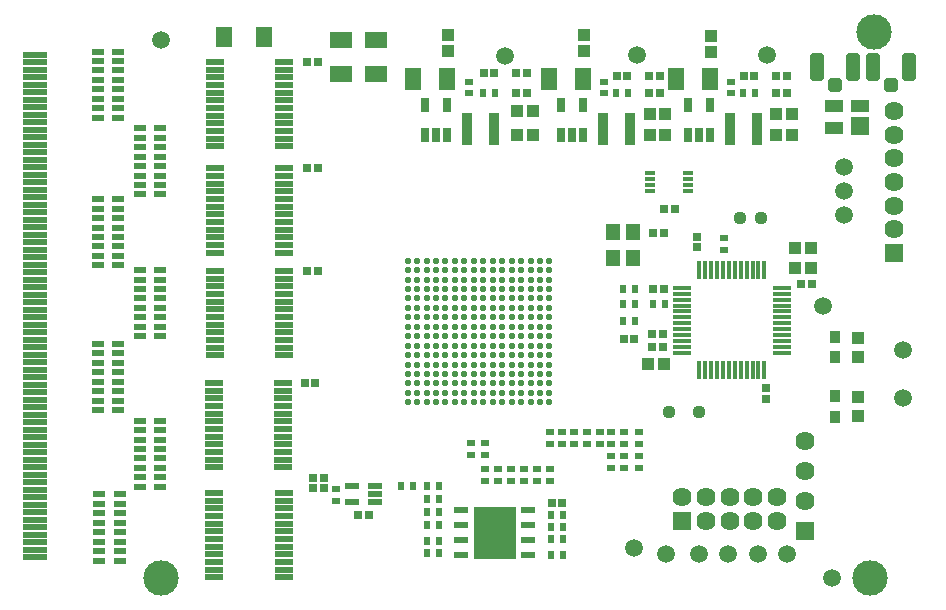
<source format=gts>
G04*
G04 #@! TF.GenerationSoftware,Altium Limited,Altium Designer,24.4.1 (13)*
G04*
G04 Layer_Color=8388736*
%FSLAX44Y44*%
%MOMM*%
G71*
G04*
G04 #@! TF.SameCoordinates,79C69C62-86B7-489C-B206-AEF25DFC5C41*
G04*
G04*
G04 #@! TF.FilePolarity,Negative*
G04*
G01*
G75*
G04:AMPARAMS|DCode=44|XSize=1.17mm|YSize=1.17mm|CornerRadius=0.165mm|HoleSize=0mm|Usage=FLASHONLY|Rotation=0.000|XOffset=0mm|YOffset=0mm|HoleType=Round|Shape=RoundedRectangle|*
%AMROUNDEDRECTD44*
21,1,1.1700,0.8400,0,0,0.0*
21,1,0.8400,1.1700,0,0,0.0*
1,1,0.3300,0.4200,-0.4200*
1,1,0.3300,-0.4200,-0.4200*
1,1,0.3300,-0.4200,0.4200*
1,1,0.3300,0.4200,0.4200*
%
%ADD44ROUNDEDRECTD44*%
G04:AMPARAMS|DCode=45|XSize=2.32mm|YSize=1.17mm|CornerRadius=0.165mm|HoleSize=0mm|Usage=FLASHONLY|Rotation=90.000|XOffset=0mm|YOffset=0mm|HoleType=Round|Shape=RoundedRectangle|*
%AMROUNDEDRECTD45*
21,1,2.3200,0.8400,0,0,90.0*
21,1,1.9900,1.1700,0,0,90.0*
1,1,0.3300,0.4200,0.9950*
1,1,0.3300,0.4200,-0.9950*
1,1,0.3300,-0.4200,-0.9950*
1,1,0.3300,-0.4200,0.9950*
%
%ADD45ROUNDEDRECTD45*%
%ADD46R,1.5200X1.1200*%
%ADD47R,1.5200X1.5200*%
%ADD48R,0.9200X0.4200*%
%ADD49R,0.7200X0.7600*%
%ADD50R,0.7200X0.6200*%
%ADD51R,0.6200X0.7200*%
%ADD52C,1.1200*%
%ADD53R,3.5700X4.4700*%
%ADD54R,1.1700X0.5700*%
%ADD55C,3.0000*%
%ADD56R,1.0200X1.1200*%
%ADD57R,1.5950X0.4200*%
%ADD58R,0.4200X1.5950*%
%ADD59R,1.5950X0.5700*%
%ADD60R,1.1700X0.5200*%
%ADD61R,0.7600X0.7200*%
%ADD62R,1.0200X0.5700*%
%ADD63C,1.5200*%
%ADD64R,0.7200X1.2700*%
%ADD65R,0.9200X2.8200*%
%ADD66R,1.3700X1.7700*%
%ADD67R,1.1200X1.0200*%
%ADD68C,0.5400*%
%ADD69R,1.9200X1.4200*%
%ADD70R,1.4200X1.9200*%
%ADD71R,0.9200X1.0200*%
%ADD72R,1.0700X1.0200*%
%ADD73R,2.1200X0.5000*%
%ADD74R,1.2200X1.4200*%
%ADD75C,1.6200*%
%ADD76R,1.6200X1.6200*%
D44*
X890000Y657500D02*
D03*
X937500D02*
D03*
D45*
X875000Y672500D02*
D03*
X905400D02*
D03*
X922500D02*
D03*
X952900D02*
D03*
D46*
X889250Y620500D02*
D03*
Y639500D02*
D03*
X911250D02*
D03*
D47*
Y622500D02*
D03*
D48*
X766000Y567500D02*
D03*
Y572500D02*
D03*
Y577500D02*
D03*
Y582500D02*
D03*
X734000D02*
D03*
Y577500D02*
D03*
Y572500D02*
D03*
Y567500D02*
D03*
D49*
X745600Y552500D02*
D03*
X754400D02*
D03*
X495400Y293000D02*
D03*
X486600D02*
D03*
X720400Y442000D02*
D03*
X711600D02*
D03*
X659400Y303000D02*
D03*
X650600D02*
D03*
X593100Y667500D02*
D03*
X601900D02*
D03*
X620600Y650000D02*
D03*
X629400D02*
D03*
Y667500D02*
D03*
X620600D02*
D03*
X735600Y446000D02*
D03*
X744400D02*
D03*
X452400Y500000D02*
D03*
X443600D02*
D03*
X450400Y405000D02*
D03*
X441600D02*
D03*
X714400Y665000D02*
D03*
X705600D02*
D03*
X745400Y532000D02*
D03*
X736600D02*
D03*
X741900Y665000D02*
D03*
X733100D02*
D03*
X741900Y650000D02*
D03*
X733100D02*
D03*
X744400Y435000D02*
D03*
X735600D02*
D03*
X840600Y665000D02*
D03*
X849400D02*
D03*
X840600Y650000D02*
D03*
X849400D02*
D03*
X821900Y665000D02*
D03*
X813100D02*
D03*
X861600Y489000D02*
D03*
X870400D02*
D03*
X745400Y484500D02*
D03*
X736600D02*
D03*
X443600Y587000D02*
D03*
X452400D02*
D03*
X443600Y677000D02*
D03*
X452400D02*
D03*
D50*
X649000Y363000D02*
D03*
Y353000D02*
D03*
X616000Y322000D02*
D03*
Y332000D02*
D03*
X680000Y353000D02*
D03*
Y363000D02*
D03*
X691000D02*
D03*
Y353000D02*
D03*
X724000Y343000D02*
D03*
Y333000D02*
D03*
Y363000D02*
D03*
Y353000D02*
D03*
X669000Y363000D02*
D03*
Y353000D02*
D03*
X649000Y332000D02*
D03*
Y322000D02*
D03*
X659000Y363000D02*
D03*
Y353000D02*
D03*
X468000Y305000D02*
D03*
Y315000D02*
D03*
X695000Y660000D02*
D03*
Y650000D02*
D03*
X802500Y660000D02*
D03*
Y650000D02*
D03*
X712000Y353000D02*
D03*
Y363000D02*
D03*
X627000Y322000D02*
D03*
Y332000D02*
D03*
X638000Y322000D02*
D03*
Y332000D02*
D03*
X594000D02*
D03*
Y322000D02*
D03*
X605000D02*
D03*
Y332000D02*
D03*
X594000Y344000D02*
D03*
Y354000D02*
D03*
X582000D02*
D03*
Y344000D02*
D03*
X712000Y333000D02*
D03*
Y343000D02*
D03*
X701000Y333000D02*
D03*
Y343000D02*
D03*
X701000Y353000D02*
D03*
Y363000D02*
D03*
X796000Y517500D02*
D03*
Y527500D02*
D03*
X580000Y650000D02*
D03*
Y660000D02*
D03*
D51*
X650000Y293000D02*
D03*
X660000D02*
D03*
X555000Y318000D02*
D03*
X545000D02*
D03*
Y307000D02*
D03*
X555000D02*
D03*
X523000Y318000D02*
D03*
X533000D02*
D03*
X555000Y261000D02*
D03*
X545000D02*
D03*
X660000Y259000D02*
D03*
X650000D02*
D03*
X545000Y296000D02*
D03*
X555000D02*
D03*
X711000Y472000D02*
D03*
X721000D02*
D03*
X711000Y484500D02*
D03*
X721000D02*
D03*
X711000Y457000D02*
D03*
X721000D02*
D03*
X660000Y283000D02*
D03*
X650000D02*
D03*
X555000Y271000D02*
D03*
X545000D02*
D03*
X555000Y285000D02*
D03*
X545000D02*
D03*
X736000Y472000D02*
D03*
X746000D02*
D03*
X650000Y273000D02*
D03*
X660000D02*
D03*
X812500Y650000D02*
D03*
X822500D02*
D03*
X705000D02*
D03*
X715000D02*
D03*
X592500D02*
D03*
X602500D02*
D03*
D52*
X750000Y380000D02*
D03*
X810000Y545000D02*
D03*
X827500D02*
D03*
X775000Y380000D02*
D03*
D53*
X602000Y278000D02*
D03*
D54*
X630500Y297050D02*
D03*
Y284350D02*
D03*
Y271650D02*
D03*
Y258950D02*
D03*
X573500D02*
D03*
Y271650D02*
D03*
Y284350D02*
D03*
Y297050D02*
D03*
D55*
X923000Y702000D02*
D03*
X320000Y240000D02*
D03*
X920000D02*
D03*
D56*
X745750Y421000D02*
D03*
X732250D02*
D03*
X854250Y615000D02*
D03*
X840750D02*
D03*
X634250Y635000D02*
D03*
X620750D02*
D03*
X854250Y632500D02*
D03*
X840750D02*
D03*
X733250Y615000D02*
D03*
X746750D02*
D03*
X869750Y502000D02*
D03*
X856250D02*
D03*
X869750Y519000D02*
D03*
X856250D02*
D03*
X733250Y632500D02*
D03*
X746750D02*
D03*
X634250Y615000D02*
D03*
X620750D02*
D03*
D57*
X760620Y485500D02*
D03*
Y480500D02*
D03*
Y475500D02*
D03*
Y470500D02*
D03*
Y465500D02*
D03*
Y460500D02*
D03*
Y455500D02*
D03*
Y450500D02*
D03*
Y445500D02*
D03*
Y440500D02*
D03*
Y435500D02*
D03*
Y430500D02*
D03*
X845380D02*
D03*
Y435500D02*
D03*
Y440500D02*
D03*
Y445500D02*
D03*
Y450500D02*
D03*
Y455500D02*
D03*
Y460500D02*
D03*
Y465500D02*
D03*
Y470500D02*
D03*
Y475500D02*
D03*
Y480500D02*
D03*
Y485500D02*
D03*
D58*
X775500Y415620D02*
D03*
X780500D02*
D03*
X785500D02*
D03*
X790500D02*
D03*
X795500D02*
D03*
X800500D02*
D03*
X805500D02*
D03*
X810500D02*
D03*
X815500D02*
D03*
X820500D02*
D03*
X825500D02*
D03*
X830500D02*
D03*
Y500380D02*
D03*
X825500D02*
D03*
X820500D02*
D03*
X815500D02*
D03*
X810500D02*
D03*
X805500D02*
D03*
X800500D02*
D03*
X795500D02*
D03*
X790500D02*
D03*
X785500D02*
D03*
X780500D02*
D03*
X775500D02*
D03*
D59*
X423380Y311750D02*
D03*
Y305250D02*
D03*
Y298750D02*
D03*
Y292250D02*
D03*
Y285750D02*
D03*
Y279250D02*
D03*
Y272750D02*
D03*
Y266250D02*
D03*
Y259750D02*
D03*
Y253250D02*
D03*
Y246750D02*
D03*
Y240250D02*
D03*
X364620D02*
D03*
Y246750D02*
D03*
Y253250D02*
D03*
Y259750D02*
D03*
Y266250D02*
D03*
Y272750D02*
D03*
Y279250D02*
D03*
Y285750D02*
D03*
Y292250D02*
D03*
Y298750D02*
D03*
Y305250D02*
D03*
Y311750D02*
D03*
X423000Y405000D02*
D03*
Y398500D02*
D03*
Y392000D02*
D03*
Y385500D02*
D03*
Y379000D02*
D03*
Y372500D02*
D03*
Y366000D02*
D03*
Y359500D02*
D03*
Y353000D02*
D03*
Y346500D02*
D03*
Y340000D02*
D03*
Y333500D02*
D03*
X364240D02*
D03*
Y340000D02*
D03*
Y346500D02*
D03*
Y353000D02*
D03*
Y359500D02*
D03*
Y366000D02*
D03*
Y372500D02*
D03*
Y379000D02*
D03*
Y385500D02*
D03*
Y392000D02*
D03*
Y398500D02*
D03*
Y405000D02*
D03*
X423880Y676750D02*
D03*
Y670250D02*
D03*
Y663750D02*
D03*
Y657250D02*
D03*
Y650750D02*
D03*
Y644250D02*
D03*
Y637750D02*
D03*
Y631250D02*
D03*
Y624750D02*
D03*
Y618250D02*
D03*
Y611750D02*
D03*
Y605250D02*
D03*
X365120D02*
D03*
Y611750D02*
D03*
Y618250D02*
D03*
Y624750D02*
D03*
Y631250D02*
D03*
Y637750D02*
D03*
Y644250D02*
D03*
Y650750D02*
D03*
Y657250D02*
D03*
Y663750D02*
D03*
Y670250D02*
D03*
Y676750D02*
D03*
X423880Y499750D02*
D03*
Y493250D02*
D03*
Y486750D02*
D03*
Y480250D02*
D03*
Y473750D02*
D03*
Y467250D02*
D03*
Y460750D02*
D03*
Y454250D02*
D03*
Y447750D02*
D03*
Y441250D02*
D03*
Y434750D02*
D03*
Y428250D02*
D03*
X365120D02*
D03*
Y434750D02*
D03*
Y441250D02*
D03*
Y447750D02*
D03*
Y454250D02*
D03*
Y460750D02*
D03*
Y467250D02*
D03*
Y473750D02*
D03*
Y480250D02*
D03*
Y486750D02*
D03*
Y493250D02*
D03*
Y499750D02*
D03*
X365120Y586750D02*
D03*
Y580250D02*
D03*
Y573750D02*
D03*
Y567250D02*
D03*
Y560750D02*
D03*
Y554250D02*
D03*
Y547750D02*
D03*
Y541250D02*
D03*
Y534750D02*
D03*
Y528250D02*
D03*
Y521750D02*
D03*
Y515250D02*
D03*
X423880D02*
D03*
Y521750D02*
D03*
Y528250D02*
D03*
Y534750D02*
D03*
Y541250D02*
D03*
Y547750D02*
D03*
Y554250D02*
D03*
Y560750D02*
D03*
Y567250D02*
D03*
Y573750D02*
D03*
Y580250D02*
D03*
Y586750D02*
D03*
D60*
X501000Y304500D02*
D03*
Y311000D02*
D03*
Y317500D02*
D03*
X481000D02*
D03*
Y304500D02*
D03*
D61*
X458000Y315600D02*
D03*
Y324400D02*
D03*
X448000Y324400D02*
D03*
Y315600D02*
D03*
X773500Y520100D02*
D03*
Y528900D02*
D03*
X832000Y400400D02*
D03*
Y391600D02*
D03*
D62*
X301500Y444500D02*
D03*
Y452500D02*
D03*
Y468500D02*
D03*
Y460500D02*
D03*
Y484500D02*
D03*
Y500500D02*
D03*
Y492500D02*
D03*
Y476500D02*
D03*
X318500D02*
D03*
Y492500D02*
D03*
Y500500D02*
D03*
Y484500D02*
D03*
Y460500D02*
D03*
Y468500D02*
D03*
Y452500D02*
D03*
Y444500D02*
D03*
X266500Y382000D02*
D03*
Y390000D02*
D03*
Y406000D02*
D03*
Y398000D02*
D03*
Y422000D02*
D03*
Y438000D02*
D03*
Y430000D02*
D03*
Y414000D02*
D03*
X283500D02*
D03*
Y430000D02*
D03*
Y438000D02*
D03*
Y422000D02*
D03*
Y398000D02*
D03*
Y406000D02*
D03*
Y390000D02*
D03*
Y382000D02*
D03*
X301500Y317000D02*
D03*
Y325000D02*
D03*
Y341000D02*
D03*
Y333000D02*
D03*
Y357000D02*
D03*
Y373000D02*
D03*
Y365000D02*
D03*
Y349000D02*
D03*
X318500D02*
D03*
Y365000D02*
D03*
Y373000D02*
D03*
Y357000D02*
D03*
Y333000D02*
D03*
Y341000D02*
D03*
Y325000D02*
D03*
Y317000D02*
D03*
X301500Y564500D02*
D03*
Y572500D02*
D03*
Y588500D02*
D03*
Y580500D02*
D03*
Y604500D02*
D03*
Y620500D02*
D03*
Y612500D02*
D03*
Y596500D02*
D03*
X318500D02*
D03*
Y612500D02*
D03*
Y620500D02*
D03*
Y604500D02*
D03*
Y580500D02*
D03*
Y588500D02*
D03*
Y572500D02*
D03*
Y564500D02*
D03*
X284500Y254500D02*
D03*
Y262500D02*
D03*
Y278500D02*
D03*
Y270500D02*
D03*
Y294500D02*
D03*
Y310500D02*
D03*
Y302500D02*
D03*
Y286500D02*
D03*
X267500D02*
D03*
Y302500D02*
D03*
Y310500D02*
D03*
Y294500D02*
D03*
Y270500D02*
D03*
Y278500D02*
D03*
Y262500D02*
D03*
Y254500D02*
D03*
X283500Y504500D02*
D03*
Y512500D02*
D03*
Y528500D02*
D03*
Y520500D02*
D03*
Y544500D02*
D03*
Y560500D02*
D03*
Y552500D02*
D03*
Y536500D02*
D03*
X266500D02*
D03*
Y552500D02*
D03*
Y560500D02*
D03*
Y544500D02*
D03*
Y520500D02*
D03*
Y528500D02*
D03*
Y512500D02*
D03*
Y504500D02*
D03*
X283500Y629500D02*
D03*
Y637500D02*
D03*
Y653500D02*
D03*
Y645500D02*
D03*
Y669500D02*
D03*
Y685500D02*
D03*
Y677500D02*
D03*
Y661500D02*
D03*
X266500D02*
D03*
Y677500D02*
D03*
Y685500D02*
D03*
Y669500D02*
D03*
Y645500D02*
D03*
Y653500D02*
D03*
Y637500D02*
D03*
Y629500D02*
D03*
D63*
X832500Y682500D02*
D03*
X722500D02*
D03*
X611000Y682000D02*
D03*
X320000Y695000D02*
D03*
X947500Y392500D02*
D03*
Y432500D02*
D03*
X887500Y240000D02*
D03*
X720000Y265000D02*
D03*
X897500Y587500D02*
D03*
Y567500D02*
D03*
X880000Y470000D02*
D03*
X897500Y547500D02*
D03*
X850000Y260000D02*
D03*
X825000D02*
D03*
X800000D02*
D03*
X775000D02*
D03*
X747500D02*
D03*
D64*
X543000Y640500D02*
D03*
X562000D02*
D03*
Y614500D02*
D03*
X552500D02*
D03*
X543000D02*
D03*
X658000Y640500D02*
D03*
X677000D02*
D03*
Y614500D02*
D03*
X667500D02*
D03*
X658000D02*
D03*
X765500Y640500D02*
D03*
X784500D02*
D03*
Y614500D02*
D03*
X775000D02*
D03*
X765500D02*
D03*
D65*
X824000Y620000D02*
D03*
X801000D02*
D03*
X693500D02*
D03*
X716500D02*
D03*
X578500D02*
D03*
X601500D02*
D03*
D66*
X372750Y697500D02*
D03*
X407250D02*
D03*
D67*
X677500Y699250D02*
D03*
Y685750D02*
D03*
X785000Y685000D02*
D03*
Y698500D02*
D03*
X562500Y685750D02*
D03*
Y699250D02*
D03*
D68*
X528500Y508500D02*
D03*
X536500D02*
D03*
X544500D02*
D03*
X552500D02*
D03*
X560500D02*
D03*
X568500D02*
D03*
X576500D02*
D03*
X584500D02*
D03*
X592500D02*
D03*
X600500D02*
D03*
X608500D02*
D03*
X616500D02*
D03*
X624500D02*
D03*
X632500D02*
D03*
X640500D02*
D03*
X648500D02*
D03*
X528500Y500500D02*
D03*
X536500D02*
D03*
X544500D02*
D03*
X552500D02*
D03*
X560500D02*
D03*
X568500D02*
D03*
X576500D02*
D03*
X584500D02*
D03*
X592500D02*
D03*
X600500D02*
D03*
X608500D02*
D03*
X616500D02*
D03*
X624500D02*
D03*
X632500D02*
D03*
X640500D02*
D03*
X648500D02*
D03*
X528500Y492500D02*
D03*
X536500D02*
D03*
X544500D02*
D03*
X552500D02*
D03*
X560500D02*
D03*
X568500D02*
D03*
X576500D02*
D03*
X584500D02*
D03*
X592500D02*
D03*
X600500D02*
D03*
X608500D02*
D03*
X616500D02*
D03*
X624500D02*
D03*
X632500D02*
D03*
X640500D02*
D03*
X648500D02*
D03*
X528500Y484500D02*
D03*
X536500D02*
D03*
X544500D02*
D03*
X552500D02*
D03*
X560500D02*
D03*
X568500D02*
D03*
X576500D02*
D03*
X584500D02*
D03*
X592500D02*
D03*
X600500D02*
D03*
X608500D02*
D03*
X616500D02*
D03*
X624500D02*
D03*
X632500D02*
D03*
X640500D02*
D03*
X648500D02*
D03*
X528500Y476500D02*
D03*
X536500D02*
D03*
X544500D02*
D03*
X552500D02*
D03*
X560500D02*
D03*
X568500D02*
D03*
X576500D02*
D03*
X584500D02*
D03*
X592500D02*
D03*
X600500D02*
D03*
X608500D02*
D03*
X616500D02*
D03*
X624500D02*
D03*
X632500D02*
D03*
X640500D02*
D03*
X648500D02*
D03*
X528500Y468500D02*
D03*
X536500D02*
D03*
X544500D02*
D03*
X552500D02*
D03*
X560500D02*
D03*
X568500D02*
D03*
X576500D02*
D03*
X584500D02*
D03*
X592500D02*
D03*
X600500D02*
D03*
X608500D02*
D03*
X616500D02*
D03*
X624500D02*
D03*
X632500D02*
D03*
X640500D02*
D03*
X648500D02*
D03*
X528500Y460500D02*
D03*
X536500D02*
D03*
X544500D02*
D03*
X552500D02*
D03*
X560500D02*
D03*
X568500D02*
D03*
X576500D02*
D03*
X584500D02*
D03*
X592500D02*
D03*
X600500D02*
D03*
X608500D02*
D03*
X616500D02*
D03*
X624500D02*
D03*
X632500D02*
D03*
X640500D02*
D03*
X648500D02*
D03*
X528500Y452500D02*
D03*
X536500D02*
D03*
X544500D02*
D03*
X552500D02*
D03*
X560500D02*
D03*
X568500D02*
D03*
X576500D02*
D03*
X584500D02*
D03*
X592500D02*
D03*
X600500D02*
D03*
X608500D02*
D03*
X616500D02*
D03*
X624500D02*
D03*
X632500D02*
D03*
X640500D02*
D03*
X648500D02*
D03*
X528500Y444500D02*
D03*
X536500D02*
D03*
X544500D02*
D03*
X552500D02*
D03*
X560500D02*
D03*
X568500D02*
D03*
X576500D02*
D03*
X584500D02*
D03*
X592500D02*
D03*
X600500D02*
D03*
X608500D02*
D03*
X616500D02*
D03*
X624500D02*
D03*
X632500D02*
D03*
X640500D02*
D03*
X648500D02*
D03*
X528500Y436500D02*
D03*
X536500D02*
D03*
X544500D02*
D03*
X552500D02*
D03*
X560500D02*
D03*
X568500D02*
D03*
X576500D02*
D03*
X584500D02*
D03*
X592500D02*
D03*
X600500D02*
D03*
X608500D02*
D03*
X616500D02*
D03*
X624500D02*
D03*
X632500D02*
D03*
X640500D02*
D03*
X648500D02*
D03*
X528500Y428500D02*
D03*
X536500D02*
D03*
X544500D02*
D03*
X552500D02*
D03*
X560500D02*
D03*
X568500D02*
D03*
X576500D02*
D03*
X584500D02*
D03*
X592500D02*
D03*
X600500D02*
D03*
X608500D02*
D03*
X616500D02*
D03*
X624500D02*
D03*
X632500D02*
D03*
X640500D02*
D03*
X648500D02*
D03*
X528500Y420500D02*
D03*
X536500D02*
D03*
X544500D02*
D03*
X552500D02*
D03*
X560500D02*
D03*
X568500D02*
D03*
X576500D02*
D03*
X584500D02*
D03*
X592500D02*
D03*
X600500D02*
D03*
X608500D02*
D03*
X616500D02*
D03*
X624500D02*
D03*
X632500D02*
D03*
X640500D02*
D03*
X648500D02*
D03*
X528500Y412500D02*
D03*
X536500D02*
D03*
X544500D02*
D03*
X552500D02*
D03*
X560500D02*
D03*
X568500D02*
D03*
X576500D02*
D03*
X584500D02*
D03*
X592500D02*
D03*
X600500D02*
D03*
X608500D02*
D03*
X616500D02*
D03*
X624500D02*
D03*
X632500D02*
D03*
X640500D02*
D03*
X648500D02*
D03*
X528500Y404500D02*
D03*
X536500D02*
D03*
X544500D02*
D03*
X552500D02*
D03*
X560500D02*
D03*
X568500D02*
D03*
X576500D02*
D03*
X584500D02*
D03*
X592500D02*
D03*
X600500D02*
D03*
X608500D02*
D03*
X616500D02*
D03*
X624500D02*
D03*
X632500D02*
D03*
X640500D02*
D03*
X648500D02*
D03*
X528500Y396500D02*
D03*
X536500D02*
D03*
X544500D02*
D03*
X552500D02*
D03*
X560500D02*
D03*
X568500D02*
D03*
X576500D02*
D03*
X584500D02*
D03*
X592500D02*
D03*
X600500D02*
D03*
X608500D02*
D03*
X616500D02*
D03*
X624500D02*
D03*
X632500D02*
D03*
X640500D02*
D03*
X648500D02*
D03*
X528500Y388500D02*
D03*
X536500D02*
D03*
X544500D02*
D03*
X552500D02*
D03*
X560500D02*
D03*
X568500D02*
D03*
X576500D02*
D03*
X584500D02*
D03*
X592500D02*
D03*
X600500D02*
D03*
X608500D02*
D03*
X616500D02*
D03*
X624500D02*
D03*
X632500D02*
D03*
X640500D02*
D03*
X648500D02*
D03*
D69*
X502000Y695500D02*
D03*
Y666500D02*
D03*
X472000Y695500D02*
D03*
Y666500D02*
D03*
D70*
X755500Y662500D02*
D03*
X784500D02*
D03*
X648000D02*
D03*
X677000D02*
D03*
X533000D02*
D03*
X562000D02*
D03*
D71*
X890000Y376500D02*
D03*
Y393500D02*
D03*
Y426500D02*
D03*
Y443500D02*
D03*
D72*
X910000Y377000D02*
D03*
Y393000D02*
D03*
Y427000D02*
D03*
Y443000D02*
D03*
D73*
X213000Y644625D02*
D03*
Y638275D02*
D03*
Y631925D02*
D03*
Y625575D02*
D03*
Y682725D02*
D03*
Y670025D02*
D03*
Y657325D02*
D03*
Y619225D02*
D03*
Y606525D02*
D03*
Y593825D02*
D03*
Y581125D02*
D03*
Y568425D02*
D03*
Y555725D02*
D03*
Y543025D02*
D03*
Y530325D02*
D03*
Y517625D02*
D03*
Y504925D02*
D03*
Y492225D02*
D03*
Y479525D02*
D03*
Y466825D02*
D03*
Y454125D02*
D03*
Y441425D02*
D03*
Y428725D02*
D03*
Y416025D02*
D03*
Y403325D02*
D03*
Y390625D02*
D03*
Y377925D02*
D03*
Y365225D02*
D03*
Y352525D02*
D03*
Y339825D02*
D03*
Y327125D02*
D03*
Y314425D02*
D03*
Y301725D02*
D03*
Y289025D02*
D03*
Y276325D02*
D03*
Y263625D02*
D03*
Y676375D02*
D03*
Y663675D02*
D03*
Y650975D02*
D03*
Y612875D02*
D03*
Y600175D02*
D03*
Y587475D02*
D03*
Y574775D02*
D03*
Y562075D02*
D03*
Y549375D02*
D03*
Y536675D02*
D03*
Y523975D02*
D03*
Y511275D02*
D03*
Y498575D02*
D03*
Y485875D02*
D03*
Y473175D02*
D03*
Y460475D02*
D03*
Y447775D02*
D03*
Y435075D02*
D03*
Y422375D02*
D03*
Y409675D02*
D03*
Y396975D02*
D03*
Y384275D02*
D03*
Y371575D02*
D03*
Y358875D02*
D03*
Y346175D02*
D03*
Y333475D02*
D03*
Y320775D02*
D03*
Y308075D02*
D03*
Y295375D02*
D03*
Y282675D02*
D03*
Y269975D02*
D03*
Y257275D02*
D03*
D74*
X702500Y533000D02*
D03*
X719500D02*
D03*
X702500Y511000D02*
D03*
X719500D02*
D03*
D75*
X865000Y355400D02*
D03*
Y304600D02*
D03*
Y330000D02*
D03*
X940000Y575000D02*
D03*
Y595000D02*
D03*
Y615000D02*
D03*
Y535000D02*
D03*
Y555000D02*
D03*
Y635000D02*
D03*
X761000Y308000D02*
D03*
X781000Y288000D02*
D03*
Y308000D02*
D03*
X801000Y288000D02*
D03*
Y308000D02*
D03*
X821000Y288000D02*
D03*
Y308000D02*
D03*
X841000Y288000D02*
D03*
Y308000D02*
D03*
D76*
X865000Y279200D02*
D03*
X940000Y515000D02*
D03*
X761000Y288000D02*
D03*
M02*

</source>
